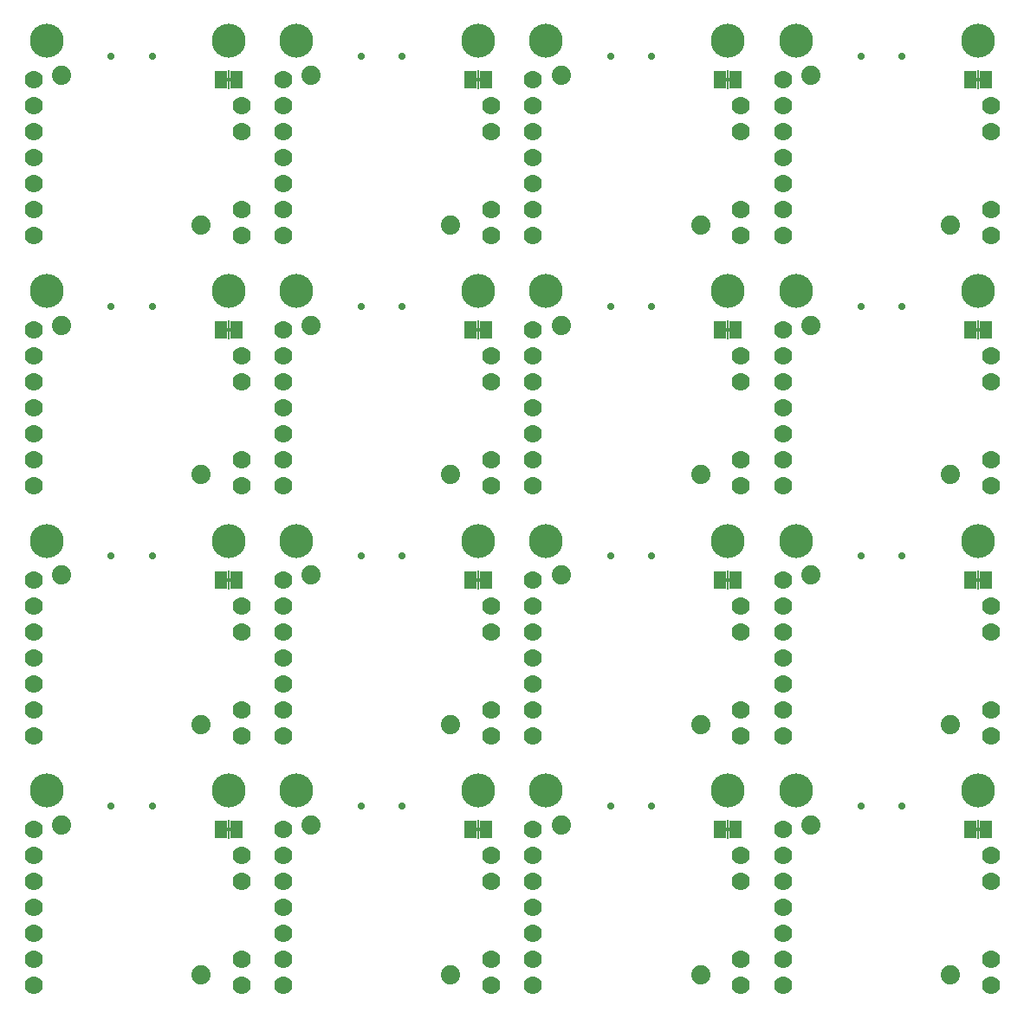
<source format=gbs>
G75*
G70*
%OFA0B0*%
%FSLAX25Y25*%
%IPPOS*%
%LPD*%
%AMOC8*
5,1,8,0,0,1.08239X$1,22.5*
%
%ADD10C,0.13060*%
%ADD12C,0.07000*%
%ADD16C,0.02760*%
%ADD25R,0.02900X0.01200*%
%ADD26C,0.07400*%
%ADD28R,0.00600X0.07200*%
%ADD29R,0.05000X0.06700*%
X0011000Y0011000D02*
G75*
%LPD*%
D10*
X0021000Y0091000D03*
X0091000Y0091000D03*
D16*
X0061680Y0085140D03*
X0045940Y0085140D03*
D12*
X0016000Y0016000D03*
X0016000Y0026000D03*
X0016000Y0036000D03*
X0016000Y0046000D03*
X0016000Y0056000D03*
X0016000Y0066000D03*
X0016000Y0076000D03*
X0096000Y0066000D03*
X0096000Y0056000D03*
X0096000Y0026000D03*
X0096000Y0016000D03*
D29*
X0094000Y0076000D03*
X0088000Y0076000D03*
D25*
X0091000Y0076000D03*
D28*
X0091000Y0076000D03*
D26*
X0080400Y0020200D03*
X0026700Y0077800D03*
X0011000Y0107250D02*
G75*
%LPD*%
D10*
X0021000Y0187250D03*
X0091000Y0187250D03*
D16*
X0061680Y0181390D03*
X0045940Y0181390D03*
D12*
X0016000Y0112250D03*
X0016000Y0122250D03*
X0016000Y0132250D03*
X0016000Y0142250D03*
X0016000Y0152250D03*
X0016000Y0162250D03*
X0016000Y0172250D03*
X0096000Y0162250D03*
X0096000Y0152250D03*
X0096000Y0122250D03*
X0096000Y0112250D03*
D29*
X0094000Y0172250D03*
X0088000Y0172250D03*
D25*
X0091000Y0172250D03*
D28*
X0091000Y0172250D03*
D26*
X0080400Y0116450D03*
X0026700Y0174050D03*
X0011000Y0203500D02*
G75*
%LPD*%
D10*
X0021000Y0283500D03*
X0091000Y0283500D03*
D16*
X0061680Y0277640D03*
X0045940Y0277640D03*
D12*
X0016000Y0208500D03*
X0016000Y0218500D03*
X0016000Y0228500D03*
X0016000Y0238500D03*
X0016000Y0248500D03*
X0016000Y0258500D03*
X0016000Y0268500D03*
X0096000Y0258500D03*
X0096000Y0248500D03*
X0096000Y0218500D03*
X0096000Y0208500D03*
D29*
X0094000Y0268500D03*
X0088000Y0268500D03*
D25*
X0091000Y0268500D03*
D28*
X0091000Y0268500D03*
D26*
X0080400Y0212700D03*
X0026700Y0270300D03*
X0011000Y0299750D02*
G75*
%LPD*%
D10*
X0021000Y0379750D03*
X0091000Y0379750D03*
D16*
X0061680Y0373890D03*
X0045940Y0373890D03*
D12*
X0016000Y0304750D03*
X0016000Y0314750D03*
X0016000Y0324750D03*
X0016000Y0334750D03*
X0016000Y0344750D03*
X0016000Y0354750D03*
X0016000Y0364750D03*
X0096000Y0354750D03*
X0096000Y0344750D03*
X0096000Y0314750D03*
X0096000Y0304750D03*
D29*
X0094000Y0364750D03*
X0088000Y0364750D03*
D25*
X0091000Y0364750D03*
D28*
X0091000Y0364750D03*
D26*
X0080400Y0308950D03*
X0026700Y0366550D03*
X0107130Y0011000D02*
G75*
%LPD*%
D10*
X0117130Y0091000D03*
X0187130Y0091000D03*
D16*
X0157810Y0085140D03*
X0142070Y0085140D03*
D12*
X0112130Y0016000D03*
X0112130Y0026000D03*
X0112130Y0036000D03*
X0112130Y0046000D03*
X0112130Y0056000D03*
X0112130Y0066000D03*
X0112130Y0076000D03*
X0192130Y0066000D03*
X0192130Y0056000D03*
X0192130Y0026000D03*
X0192130Y0016000D03*
D29*
X0190130Y0076000D03*
X0184130Y0076000D03*
D25*
X0187130Y0076000D03*
D28*
X0187130Y0076000D03*
D26*
X0176530Y0020200D03*
X0122830Y0077800D03*
X0107130Y0107250D02*
G75*
%LPD*%
D10*
X0117130Y0187250D03*
X0187130Y0187250D03*
D16*
X0157810Y0181390D03*
X0142070Y0181390D03*
D12*
X0112130Y0112250D03*
X0112130Y0122250D03*
X0112130Y0132250D03*
X0112130Y0142250D03*
X0112130Y0152250D03*
X0112130Y0162250D03*
X0112130Y0172250D03*
X0192130Y0162250D03*
X0192130Y0152250D03*
X0192130Y0122250D03*
X0192130Y0112250D03*
D29*
X0190130Y0172250D03*
X0184130Y0172250D03*
D25*
X0187130Y0172250D03*
D28*
X0187130Y0172250D03*
D26*
X0176530Y0116450D03*
X0122830Y0174050D03*
X0107130Y0203500D02*
G75*
%LPD*%
D10*
X0117130Y0283500D03*
X0187130Y0283500D03*
D16*
X0157810Y0277640D03*
X0142070Y0277640D03*
D12*
X0112130Y0208500D03*
X0112130Y0218500D03*
X0112130Y0228500D03*
X0112130Y0238500D03*
X0112130Y0248500D03*
X0112130Y0258500D03*
X0112130Y0268500D03*
X0192130Y0258500D03*
X0192130Y0248500D03*
X0192130Y0218500D03*
X0192130Y0208500D03*
D29*
X0190130Y0268500D03*
X0184130Y0268500D03*
D25*
X0187130Y0268500D03*
D28*
X0187130Y0268500D03*
D26*
X0176530Y0212700D03*
X0122830Y0270300D03*
X0107130Y0299750D02*
G75*
%LPD*%
D10*
X0117130Y0379750D03*
X0187130Y0379750D03*
D16*
X0157810Y0373890D03*
X0142070Y0373890D03*
D12*
X0112130Y0304750D03*
X0112130Y0314750D03*
X0112130Y0324750D03*
X0112130Y0334750D03*
X0112130Y0344750D03*
X0112130Y0354750D03*
X0112130Y0364750D03*
X0192130Y0354750D03*
X0192130Y0344750D03*
X0192130Y0314750D03*
X0192130Y0304750D03*
D29*
X0190130Y0364750D03*
X0184130Y0364750D03*
D25*
X0187130Y0364750D03*
D28*
X0187130Y0364750D03*
D26*
X0176530Y0308950D03*
X0122830Y0366550D03*
X0203260Y0011000D02*
G75*
%LPD*%
D10*
X0213260Y0091000D03*
X0283260Y0091000D03*
D16*
X0253940Y0085140D03*
X0238200Y0085140D03*
D12*
X0208260Y0016000D03*
X0208260Y0026000D03*
X0208260Y0036000D03*
X0208260Y0046000D03*
X0208260Y0056000D03*
X0208260Y0066000D03*
X0208260Y0076000D03*
X0288260Y0066000D03*
X0288260Y0056000D03*
X0288260Y0026000D03*
X0288260Y0016000D03*
D29*
X0286260Y0076000D03*
X0280260Y0076000D03*
D25*
X0283260Y0076000D03*
D28*
X0283260Y0076000D03*
D26*
X0272660Y0020200D03*
X0218960Y0077800D03*
X0203260Y0107250D02*
G75*
%LPD*%
D10*
X0213260Y0187250D03*
X0283260Y0187250D03*
D16*
X0253940Y0181390D03*
X0238200Y0181390D03*
D12*
X0208260Y0112250D03*
X0208260Y0122250D03*
X0208260Y0132250D03*
X0208260Y0142250D03*
X0208260Y0152250D03*
X0208260Y0162250D03*
X0208260Y0172250D03*
X0288260Y0162250D03*
X0288260Y0152250D03*
X0288260Y0122250D03*
X0288260Y0112250D03*
D29*
X0286260Y0172250D03*
X0280260Y0172250D03*
D25*
X0283260Y0172250D03*
D28*
X0283260Y0172250D03*
D26*
X0272660Y0116450D03*
X0218960Y0174050D03*
X0203260Y0203500D02*
G75*
%LPD*%
D10*
X0213260Y0283500D03*
X0283260Y0283500D03*
D16*
X0253940Y0277640D03*
X0238200Y0277640D03*
D12*
X0208260Y0208500D03*
X0208260Y0218500D03*
X0208260Y0228500D03*
X0208260Y0238500D03*
X0208260Y0248500D03*
X0208260Y0258500D03*
X0208260Y0268500D03*
X0288260Y0258500D03*
X0288260Y0248500D03*
X0288260Y0218500D03*
X0288260Y0208500D03*
D29*
X0286260Y0268500D03*
X0280260Y0268500D03*
D25*
X0283260Y0268500D03*
D28*
X0283260Y0268500D03*
D26*
X0272660Y0212700D03*
X0218960Y0270300D03*
X0203260Y0299750D02*
G75*
%LPD*%
D10*
X0213260Y0379750D03*
X0283260Y0379750D03*
D16*
X0253940Y0373890D03*
X0238200Y0373890D03*
D12*
X0208260Y0304750D03*
X0208260Y0314750D03*
X0208260Y0324750D03*
X0208260Y0334750D03*
X0208260Y0344750D03*
X0208260Y0354750D03*
X0208260Y0364750D03*
X0288260Y0354750D03*
X0288260Y0344750D03*
X0288260Y0314750D03*
X0288260Y0304750D03*
D29*
X0286260Y0364750D03*
X0280260Y0364750D03*
D25*
X0283260Y0364750D03*
D28*
X0283260Y0364750D03*
D26*
X0272660Y0308950D03*
X0218960Y0366550D03*
X0299390Y0011000D02*
G75*
%LPD*%
D10*
X0309390Y0091000D03*
X0379390Y0091000D03*
D16*
X0350070Y0085140D03*
X0334330Y0085140D03*
D12*
X0304390Y0016000D03*
X0304390Y0026000D03*
X0304390Y0036000D03*
X0304390Y0046000D03*
X0304390Y0056000D03*
X0304390Y0066000D03*
X0304390Y0076000D03*
X0384390Y0066000D03*
X0384390Y0056000D03*
X0384390Y0026000D03*
X0384390Y0016000D03*
D29*
X0382390Y0076000D03*
X0376390Y0076000D03*
D25*
X0379390Y0076000D03*
D28*
X0379390Y0076000D03*
D26*
X0368790Y0020200D03*
X0315090Y0077800D03*
X0299390Y0107250D02*
G75*
%LPD*%
D10*
X0309390Y0187250D03*
X0379390Y0187250D03*
D16*
X0350070Y0181390D03*
X0334330Y0181390D03*
D12*
X0304390Y0112250D03*
X0304390Y0122250D03*
X0304390Y0132250D03*
X0304390Y0142250D03*
X0304390Y0152250D03*
X0304390Y0162250D03*
X0304390Y0172250D03*
X0384390Y0162250D03*
X0384390Y0152250D03*
X0384390Y0122250D03*
X0384390Y0112250D03*
D29*
X0382390Y0172250D03*
X0376390Y0172250D03*
D25*
X0379390Y0172250D03*
D28*
X0379390Y0172250D03*
D26*
X0368790Y0116450D03*
X0315090Y0174050D03*
X0299390Y0203500D02*
G75*
%LPD*%
D10*
X0309390Y0283500D03*
X0379390Y0283500D03*
D16*
X0350070Y0277640D03*
X0334330Y0277640D03*
D12*
X0304390Y0208500D03*
X0304390Y0218500D03*
X0304390Y0228500D03*
X0304390Y0238500D03*
X0304390Y0248500D03*
X0304390Y0258500D03*
X0304390Y0268500D03*
X0384390Y0258500D03*
X0384390Y0248500D03*
X0384390Y0218500D03*
X0384390Y0208500D03*
D29*
X0382390Y0268500D03*
X0376390Y0268500D03*
D25*
X0379390Y0268500D03*
D28*
X0379390Y0268500D03*
D26*
X0368790Y0212700D03*
X0315090Y0270300D03*
X0299390Y0299750D02*
G75*
%LPD*%
D10*
X0309390Y0379750D03*
X0379390Y0379750D03*
D16*
X0350070Y0373890D03*
X0334330Y0373890D03*
D12*
X0304390Y0304750D03*
X0304390Y0314750D03*
X0304390Y0324750D03*
X0304390Y0334750D03*
X0304390Y0344750D03*
X0304390Y0354750D03*
X0304390Y0364750D03*
X0384390Y0354750D03*
X0384390Y0344750D03*
X0384390Y0314750D03*
X0384390Y0304750D03*
D29*
X0382390Y0364750D03*
X0376390Y0364750D03*
D25*
X0379390Y0364750D03*
D28*
X0379390Y0364750D03*
D26*
X0368790Y0308950D03*
X0315090Y0366550D03*
M02*

</source>
